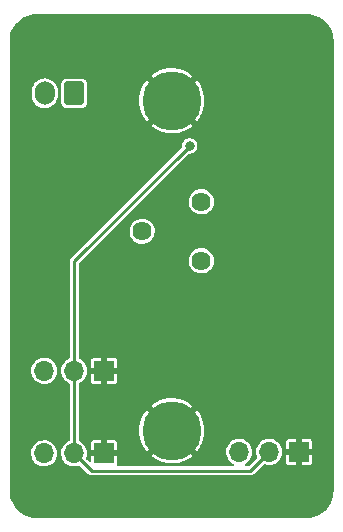
<source format=gbr>
%TF.GenerationSoftware,KiCad,Pcbnew,(6.0.6)*%
%TF.CreationDate,2023-03-16T19:41:57-05:00*%
%TF.ProjectId,Magic_Wand_Timer,4d616769-635f-4576-916e-645f54696d65,rev?*%
%TF.SameCoordinates,Original*%
%TF.FileFunction,Copper,L2,Bot*%
%TF.FilePolarity,Positive*%
%FSLAX46Y46*%
G04 Gerber Fmt 4.6, Leading zero omitted, Abs format (unit mm)*
G04 Created by KiCad (PCBNEW (6.0.6)) date 2023-03-16 19:41:57*
%MOMM*%
%LPD*%
G01*
G04 APERTURE LIST*
G04 Aperture macros list*
%AMRoundRect*
0 Rectangle with rounded corners*
0 $1 Rounding radius*
0 $2 $3 $4 $5 $6 $7 $8 $9 X,Y pos of 4 corners*
0 Add a 4 corners polygon primitive as box body*
4,1,4,$2,$3,$4,$5,$6,$7,$8,$9,$2,$3,0*
0 Add four circle primitives for the rounded corners*
1,1,$1+$1,$2,$3*
1,1,$1+$1,$4,$5*
1,1,$1+$1,$6,$7*
1,1,$1+$1,$8,$9*
0 Add four rect primitives between the rounded corners*
20,1,$1+$1,$2,$3,$4,$5,0*
20,1,$1+$1,$4,$5,$6,$7,0*
20,1,$1+$1,$6,$7,$8,$9,0*
20,1,$1+$1,$8,$9,$2,$3,0*%
G04 Aperture macros list end*
%TA.AperFunction,ComponentPad*%
%ADD10R,1.700000X1.700000*%
%TD*%
%TA.AperFunction,ComponentPad*%
%ADD11O,1.700000X1.700000*%
%TD*%
%TA.AperFunction,ComponentPad*%
%ADD12C,5.000000*%
%TD*%
%TA.AperFunction,ComponentPad*%
%ADD13RoundRect,0.250000X0.600000X0.750000X-0.600000X0.750000X-0.600000X-0.750000X0.600000X-0.750000X0*%
%TD*%
%TA.AperFunction,ComponentPad*%
%ADD14O,1.700000X2.000000*%
%TD*%
%TA.AperFunction,ComponentPad*%
%ADD15C,1.620000*%
%TD*%
%TA.AperFunction,ViaPad*%
%ADD16C,0.800000*%
%TD*%
%TA.AperFunction,Conductor*%
%ADD17C,0.254000*%
%TD*%
G04 APERTURE END LIST*
D10*
%TO.P,J2,1,Pin_1*%
%TO.N,GND*%
X177165000Y-121175000D03*
D11*
%TO.P,J2,2,Pin_2*%
%TO.N,Trigger*%
X174625000Y-121175000D03*
%TO.P,J2,3,Pin_3*%
%TO.N,+5V*%
X172085000Y-121175000D03*
%TD*%
D12*
%TO.P,H2,1,1*%
%TO.N,GND*%
X166370000Y-91440000D03*
%TD*%
D10*
%TO.P,J3,1,Pin_1*%
%TO.N,GND*%
X160655000Y-121285000D03*
D11*
%TO.P,J3,2,Pin_2*%
%TO.N,Trigger*%
X158115000Y-121285000D03*
%TO.P,J3,3,Pin_3*%
%TO.N,+5V*%
X155575000Y-121285000D03*
%TD*%
D10*
%TO.P,J1,1,Pin_1*%
%TO.N,GND*%
X160655000Y-114300000D03*
D11*
%TO.P,J1,2,Pin_2*%
%TO.N,Trigger*%
X158115000Y-114300000D03*
%TO.P,J1,3,Pin_3*%
%TO.N,+12V*%
X155575000Y-114300000D03*
%TD*%
D13*
%TO.P,J4,1,Pin_1*%
%TO.N,Net-(D1-Pad2)*%
X158115000Y-90805000D03*
D14*
%TO.P,J4,2,Pin_2*%
%TO.N,+5V*%
X155615000Y-90805000D03*
%TD*%
D12*
%TO.P,H1,1,1*%
%TO.N,GND*%
X166370000Y-119380000D03*
%TD*%
D15*
%TO.P,RV1,1,1*%
%TO.N,unconnected-(RV1-Pad1)*%
X168870000Y-104989000D03*
%TO.P,RV1,2,2*%
%TO.N,Net-(R5-Pad2)*%
X163870000Y-102489000D03*
%TO.P,RV1,3,3*%
%TO.N,Net-(C4-Pad1)*%
X168870000Y-99989000D03*
%TD*%
D16*
%TO.N,GND*%
X179070000Y-88900000D03*
X179070000Y-114300000D03*
X179070000Y-119380000D03*
X162560000Y-106680000D03*
X165100000Y-124460000D03*
X160020000Y-119380000D03*
X170180000Y-124460000D03*
X165100000Y-104140000D03*
X170561000Y-107061000D03*
X160020000Y-93980000D03*
X154940000Y-124460000D03*
X168529000Y-108077000D03*
X160020000Y-86360000D03*
X154940000Y-99060000D03*
X170180000Y-119380000D03*
X160020000Y-88900000D03*
X154940000Y-86360000D03*
X175260000Y-86360000D03*
X179070000Y-99060000D03*
X169545000Y-108077000D03*
X179070000Y-93980000D03*
X154940000Y-119380000D03*
X165100000Y-109220000D03*
X160020000Y-124460000D03*
X154940000Y-109220000D03*
X179070000Y-109220000D03*
X172720000Y-116840000D03*
X175260000Y-124460000D03*
X165100000Y-114300000D03*
X162560000Y-91440000D03*
X179070000Y-104140000D03*
X160020000Y-109220000D03*
X170561000Y-108077000D03*
X168529000Y-107061000D03*
X170180000Y-86360000D03*
X157480000Y-101600000D03*
X160020000Y-99060000D03*
X165100000Y-86360000D03*
X175260000Y-104140000D03*
X169545000Y-107061000D03*
X170180000Y-104140000D03*
X154940000Y-104140000D03*
%TO.N,Trigger*%
X167894000Y-95250000D03*
%TD*%
D17*
%TO.N,Trigger*%
X158115000Y-105029000D02*
X167894000Y-95250000D01*
X174625000Y-121175000D02*
X173030611Y-122769389D01*
X158115000Y-114300000D02*
X158115000Y-105029000D01*
X173030611Y-122769389D02*
X159599389Y-122769389D01*
X159599389Y-122769389D02*
X158115000Y-121285000D01*
X158115000Y-121285000D02*
X158115000Y-114300000D01*
%TD*%
%TA.AperFunction,Conductor*%
%TO.N,GND*%
G36*
X177787103Y-84076921D02*
G01*
X177800000Y-84079486D01*
X177812172Y-84077065D01*
X177824580Y-84077065D01*
X177824580Y-84077385D01*
X177835456Y-84076645D01*
X177868144Y-84078622D01*
X178067880Y-84090704D01*
X178082984Y-84092538D01*
X178339458Y-84139538D01*
X178354231Y-84143179D01*
X178603180Y-84220755D01*
X178617398Y-84226147D01*
X178855182Y-84333165D01*
X178868638Y-84340227D01*
X179091788Y-84475126D01*
X179104310Y-84483769D01*
X179309573Y-84644583D01*
X179320961Y-84654673D01*
X179505327Y-84839039D01*
X179515417Y-84850427D01*
X179676231Y-85055690D01*
X179684873Y-85068211D01*
X179819773Y-85291362D01*
X179826835Y-85304818D01*
X179933851Y-85542598D01*
X179939247Y-85556825D01*
X180016821Y-85805769D01*
X180020462Y-85820542D01*
X180067462Y-86077016D01*
X180069296Y-86092120D01*
X180083355Y-86324544D01*
X180082615Y-86335420D01*
X180082935Y-86335420D01*
X180082935Y-86347828D01*
X180080514Y-86360000D01*
X180082935Y-86372170D01*
X180083079Y-86372894D01*
X180085500Y-86397476D01*
X180085500Y-124422524D01*
X180083079Y-124447103D01*
X180080514Y-124460000D01*
X180082935Y-124472172D01*
X180082935Y-124484580D01*
X180082615Y-124484580D01*
X180083355Y-124495456D01*
X180069296Y-124727880D01*
X180067462Y-124742984D01*
X180020462Y-124999458D01*
X180016821Y-125014231D01*
X179939247Y-125263175D01*
X179933853Y-125277398D01*
X179826835Y-125515182D01*
X179819773Y-125528638D01*
X179731658Y-125674398D01*
X179684874Y-125751788D01*
X179676231Y-125764310D01*
X179515417Y-125969573D01*
X179505327Y-125980961D01*
X179320961Y-126165327D01*
X179309573Y-126175417D01*
X179104310Y-126336231D01*
X179091789Y-126344873D01*
X178868638Y-126479773D01*
X178855182Y-126486835D01*
X178617398Y-126593853D01*
X178603180Y-126599245D01*
X178445854Y-126648270D01*
X178354231Y-126676821D01*
X178339458Y-126680462D01*
X178082984Y-126727462D01*
X178067880Y-126729296D01*
X177882424Y-126740514D01*
X177847690Y-126742615D01*
X177835456Y-126743355D01*
X177824580Y-126742615D01*
X177824580Y-126742935D01*
X177812172Y-126742935D01*
X177800000Y-126740514D01*
X177787103Y-126743079D01*
X177762524Y-126745500D01*
X154977476Y-126745500D01*
X154952897Y-126743079D01*
X154940000Y-126740514D01*
X154927828Y-126742935D01*
X154915420Y-126742935D01*
X154915420Y-126742615D01*
X154904544Y-126743355D01*
X154892311Y-126742615D01*
X154857576Y-126740514D01*
X154672120Y-126729296D01*
X154657016Y-126727462D01*
X154400542Y-126680462D01*
X154385769Y-126676821D01*
X154294146Y-126648270D01*
X154136820Y-126599245D01*
X154122602Y-126593853D01*
X153884818Y-126486835D01*
X153871362Y-126479773D01*
X153648211Y-126344873D01*
X153635690Y-126336231D01*
X153430427Y-126175417D01*
X153419039Y-126165327D01*
X153234673Y-125980961D01*
X153224583Y-125969573D01*
X153063769Y-125764310D01*
X153055126Y-125751788D01*
X153008342Y-125674398D01*
X152920227Y-125528638D01*
X152913165Y-125515182D01*
X152806147Y-125277398D01*
X152800753Y-125263175D01*
X152723179Y-125014231D01*
X152719538Y-124999458D01*
X152672538Y-124742984D01*
X152670704Y-124727880D01*
X152656645Y-124495456D01*
X152657385Y-124484580D01*
X152657065Y-124484580D01*
X152657065Y-124472172D01*
X152659486Y-124460000D01*
X152656921Y-124447103D01*
X152654500Y-124422524D01*
X152654500Y-121255964D01*
X154466148Y-121255964D01*
X154479424Y-121458522D01*
X154480845Y-121464118D01*
X154480846Y-121464123D01*
X154504811Y-121558482D01*
X154529392Y-121655269D01*
X154531809Y-121660512D01*
X154569010Y-121741208D01*
X154614377Y-121839616D01*
X154617710Y-121844332D01*
X154708299Y-121972513D01*
X154731533Y-122005389D01*
X154876938Y-122147035D01*
X155045720Y-122259812D01*
X155051023Y-122262090D01*
X155051026Y-122262092D01*
X155139707Y-122300192D01*
X155232228Y-122339942D01*
X155281027Y-122350984D01*
X155424579Y-122383467D01*
X155424584Y-122383468D01*
X155430216Y-122384742D01*
X155435987Y-122384969D01*
X155435989Y-122384969D01*
X155495756Y-122387317D01*
X155633053Y-122392712D01*
X155733499Y-122378148D01*
X155828231Y-122364413D01*
X155828236Y-122364412D01*
X155833945Y-122363584D01*
X155839409Y-122361729D01*
X155839414Y-122361728D01*
X156020693Y-122300192D01*
X156020698Y-122300190D01*
X156026165Y-122298334D01*
X156054466Y-122282485D01*
X156100683Y-122256602D01*
X156203276Y-122199147D01*
X156214044Y-122190192D01*
X156354913Y-122073031D01*
X156359345Y-122069345D01*
X156423753Y-121991903D01*
X156485453Y-121917718D01*
X156485455Y-121917715D01*
X156489147Y-121913276D01*
X156588334Y-121736165D01*
X156590190Y-121730698D01*
X156590192Y-121730693D01*
X156651728Y-121549414D01*
X156651729Y-121549409D01*
X156653584Y-121543945D01*
X156654412Y-121538236D01*
X156654413Y-121538231D01*
X156682179Y-121346727D01*
X156682712Y-121343053D01*
X156684232Y-121285000D01*
X156681564Y-121255964D01*
X157006148Y-121255964D01*
X157019424Y-121458522D01*
X157020845Y-121464118D01*
X157020846Y-121464123D01*
X157044811Y-121558482D01*
X157069392Y-121655269D01*
X157071809Y-121660512D01*
X157109010Y-121741208D01*
X157154377Y-121839616D01*
X157157710Y-121844332D01*
X157248299Y-121972513D01*
X157271533Y-122005389D01*
X157416938Y-122147035D01*
X157585720Y-122259812D01*
X157591023Y-122262090D01*
X157591026Y-122262092D01*
X157679707Y-122300192D01*
X157772228Y-122339942D01*
X157821027Y-122350984D01*
X157964579Y-122383467D01*
X157964584Y-122383468D01*
X157970216Y-122384742D01*
X157975987Y-122384969D01*
X157975989Y-122384969D01*
X158035756Y-122387317D01*
X158173053Y-122392712D01*
X158273499Y-122378148D01*
X158368231Y-122364413D01*
X158368236Y-122364412D01*
X158373945Y-122363584D01*
X158379409Y-122361729D01*
X158379414Y-122361728D01*
X158508880Y-122317780D01*
X158579815Y-122314824D01*
X158638476Y-122347998D01*
X159291347Y-123000869D01*
X159306700Y-123019878D01*
X159307667Y-123020941D01*
X159313318Y-123029693D01*
X159338916Y-123049873D01*
X159339861Y-123050618D01*
X159344339Y-123054597D01*
X159344399Y-123054526D01*
X159348356Y-123057879D01*
X159352037Y-123061560D01*
X159356269Y-123064584D01*
X159356271Y-123064586D01*
X159367846Y-123072858D01*
X159372591Y-123076421D01*
X159413059Y-123108323D01*
X159421744Y-123111373D01*
X159429231Y-123116723D01*
X159478636Y-123131498D01*
X159484231Y-123133316D01*
X159532891Y-123150405D01*
X159538480Y-123150889D01*
X159541193Y-123150889D01*
X159543858Y-123151004D01*
X159543921Y-123151023D01*
X159543914Y-123151197D01*
X159544660Y-123151244D01*
X159550913Y-123153114D01*
X159600772Y-123151155D01*
X159605067Y-123150986D01*
X159610014Y-123150889D01*
X172976476Y-123150889D01*
X173000775Y-123153475D01*
X173002213Y-123153543D01*
X173012391Y-123155734D01*
X173045952Y-123151762D01*
X173051931Y-123151410D01*
X173051923Y-123151317D01*
X173057101Y-123150889D01*
X173062303Y-123150889D01*
X173081457Y-123147701D01*
X173087315Y-123146867D01*
X173103929Y-123144901D01*
X173128178Y-123142031D01*
X173128179Y-123142031D01*
X173138518Y-123140807D01*
X173146817Y-123136822D01*
X173155894Y-123135311D01*
X173201262Y-123110831D01*
X173206525Y-123108150D01*
X173245861Y-123089262D01*
X173245865Y-123089259D01*
X173253009Y-123085829D01*
X173257303Y-123082219D01*
X173259235Y-123080287D01*
X173261184Y-123078500D01*
X173261237Y-123078471D01*
X173261356Y-123078601D01*
X173261924Y-123078100D01*
X173267668Y-123075001D01*
X173277296Y-123064586D01*
X173304478Y-123035180D01*
X173307908Y-123031614D01*
X174101085Y-122238437D01*
X174163397Y-122204411D01*
X174239917Y-122211764D01*
X174276925Y-122227664D01*
X174276928Y-122227665D01*
X174282228Y-122229942D01*
X174287857Y-122231216D01*
X174287858Y-122231216D01*
X174474579Y-122273467D01*
X174474584Y-122273468D01*
X174480216Y-122274742D01*
X174485987Y-122274969D01*
X174485989Y-122274969D01*
X174545756Y-122277317D01*
X174683053Y-122282712D01*
X174793596Y-122266684D01*
X174878231Y-122254413D01*
X174878236Y-122254412D01*
X174883945Y-122253584D01*
X174889409Y-122251729D01*
X174889414Y-122251728D01*
X175070693Y-122190192D01*
X175070698Y-122190190D01*
X175076165Y-122188334D01*
X175115894Y-122166085D01*
X175172426Y-122134425D01*
X175253276Y-122089147D01*
X175272654Y-122073031D01*
X175307766Y-122043828D01*
X176061001Y-122043828D01*
X176062209Y-122056088D01*
X176073315Y-122111931D01*
X176082633Y-122134427D01*
X176124983Y-122197808D01*
X176142192Y-122215017D01*
X176205575Y-122257368D01*
X176228066Y-122266684D01*
X176283915Y-122277793D01*
X176296170Y-122279000D01*
X176892885Y-122279000D01*
X176908124Y-122274525D01*
X176909329Y-122273135D01*
X176911000Y-122265452D01*
X176911000Y-122260884D01*
X177419000Y-122260884D01*
X177423475Y-122276123D01*
X177424865Y-122277328D01*
X177432548Y-122278999D01*
X178033828Y-122278999D01*
X178046088Y-122277791D01*
X178101931Y-122266685D01*
X178124427Y-122257367D01*
X178187808Y-122215017D01*
X178205017Y-122197808D01*
X178247368Y-122134425D01*
X178256684Y-122111934D01*
X178267793Y-122056085D01*
X178269000Y-122043830D01*
X178269000Y-121447115D01*
X178264525Y-121431876D01*
X178263135Y-121430671D01*
X178255452Y-121429000D01*
X177437115Y-121429000D01*
X177421876Y-121433475D01*
X177420671Y-121434865D01*
X177419000Y-121442548D01*
X177419000Y-122260884D01*
X176911000Y-122260884D01*
X176911000Y-121447115D01*
X176906525Y-121431876D01*
X176905135Y-121430671D01*
X176897452Y-121429000D01*
X176079116Y-121429000D01*
X176063877Y-121433475D01*
X176062672Y-121434865D01*
X176061001Y-121442548D01*
X176061001Y-122043828D01*
X175307766Y-122043828D01*
X175393512Y-121972513D01*
X175409345Y-121959345D01*
X175508923Y-121839616D01*
X175535453Y-121807718D01*
X175535455Y-121807715D01*
X175539147Y-121803276D01*
X175638334Y-121626165D01*
X175640190Y-121620698D01*
X175640192Y-121620693D01*
X175701728Y-121439414D01*
X175701729Y-121439409D01*
X175703584Y-121433945D01*
X175704412Y-121428236D01*
X175704413Y-121428231D01*
X175729390Y-121255964D01*
X175732712Y-121233053D01*
X175734232Y-121175000D01*
X175720589Y-121026525D01*
X175716187Y-120978613D01*
X175716186Y-120978610D01*
X175715658Y-120972859D01*
X175714090Y-120967299D01*
X175695923Y-120902885D01*
X176061000Y-120902885D01*
X176065475Y-120918124D01*
X176066865Y-120919329D01*
X176074548Y-120921000D01*
X176892885Y-120921000D01*
X176908124Y-120916525D01*
X176909329Y-120915135D01*
X176911000Y-120907452D01*
X176911000Y-120902885D01*
X177419000Y-120902885D01*
X177423475Y-120918124D01*
X177424865Y-120919329D01*
X177432548Y-120921000D01*
X178250884Y-120921000D01*
X178266123Y-120916525D01*
X178267328Y-120915135D01*
X178268999Y-120907452D01*
X178268999Y-120306172D01*
X178267791Y-120293912D01*
X178256685Y-120238069D01*
X178247367Y-120215573D01*
X178205017Y-120152192D01*
X178187808Y-120134983D01*
X178124425Y-120092632D01*
X178101934Y-120083316D01*
X178046085Y-120072207D01*
X178033830Y-120071000D01*
X177437115Y-120071000D01*
X177421876Y-120075475D01*
X177420671Y-120076865D01*
X177419000Y-120084548D01*
X177419000Y-120902885D01*
X176911000Y-120902885D01*
X176911000Y-120089116D01*
X176906525Y-120073877D01*
X176905135Y-120072672D01*
X176897452Y-120071001D01*
X176296172Y-120071001D01*
X176283912Y-120072209D01*
X176228069Y-120083315D01*
X176205573Y-120092633D01*
X176142192Y-120134983D01*
X176124983Y-120152192D01*
X176082632Y-120215575D01*
X176073316Y-120238066D01*
X176062207Y-120293915D01*
X176061000Y-120306170D01*
X176061000Y-120902885D01*
X175695923Y-120902885D01*
X175662125Y-120783046D01*
X175662124Y-120783044D01*
X175660557Y-120777487D01*
X175649978Y-120756033D01*
X175573331Y-120600609D01*
X175570776Y-120595428D01*
X175449320Y-120432779D01*
X175333346Y-120325573D01*
X175304503Y-120298911D01*
X175300258Y-120294987D01*
X175295375Y-120291906D01*
X175295371Y-120291903D01*
X175133464Y-120189748D01*
X175128581Y-120186667D01*
X174940039Y-120111446D01*
X174934379Y-120110320D01*
X174934375Y-120110319D01*
X174746613Y-120072971D01*
X174746610Y-120072971D01*
X174740946Y-120071844D01*
X174735171Y-120071768D01*
X174735167Y-120071768D01*
X174633793Y-120070441D01*
X174537971Y-120069187D01*
X174532274Y-120070166D01*
X174532273Y-120070166D01*
X174414595Y-120090387D01*
X174337910Y-120103564D01*
X174147463Y-120173824D01*
X174142502Y-120176776D01*
X174142501Y-120176776D01*
X174133372Y-120182207D01*
X173973010Y-120277612D01*
X173968670Y-120281418D01*
X173968666Y-120281421D01*
X173843236Y-120391421D01*
X173820392Y-120411455D01*
X173694720Y-120570869D01*
X173692031Y-120575980D01*
X173692029Y-120575983D01*
X173644128Y-120667027D01*
X173600203Y-120750515D01*
X173540007Y-120944378D01*
X173516148Y-121145964D01*
X173529424Y-121348522D01*
X173530845Y-121354118D01*
X173530846Y-121354123D01*
X173577605Y-121538231D01*
X173579392Y-121545269D01*
X173581807Y-121550508D01*
X173581809Y-121550513D01*
X173585483Y-121558482D01*
X173595836Y-121628720D01*
X173566573Y-121693405D01*
X173560151Y-121700326D01*
X172909493Y-122350984D01*
X172847181Y-122385010D01*
X172820398Y-122387889D01*
X172662690Y-122387889D01*
X172594569Y-122367887D01*
X172548076Y-122314231D01*
X172537972Y-122243957D01*
X172567466Y-122179377D01*
X172601119Y-122151958D01*
X172713276Y-122089147D01*
X172732654Y-122073031D01*
X172853512Y-121972513D01*
X172869345Y-121959345D01*
X172968923Y-121839616D01*
X172995453Y-121807718D01*
X172995455Y-121807715D01*
X172999147Y-121803276D01*
X173098334Y-121626165D01*
X173100190Y-121620698D01*
X173100192Y-121620693D01*
X173161728Y-121439414D01*
X173161729Y-121439409D01*
X173163584Y-121433945D01*
X173164412Y-121428236D01*
X173164413Y-121428231D01*
X173189390Y-121255964D01*
X173192712Y-121233053D01*
X173194232Y-121175000D01*
X173180589Y-121026525D01*
X173176187Y-120978613D01*
X173176186Y-120978610D01*
X173175658Y-120972859D01*
X173174090Y-120967299D01*
X173122125Y-120783046D01*
X173122124Y-120783044D01*
X173120557Y-120777487D01*
X173109978Y-120756033D01*
X173033331Y-120600609D01*
X173030776Y-120595428D01*
X172909320Y-120432779D01*
X172793346Y-120325573D01*
X172764503Y-120298911D01*
X172760258Y-120294987D01*
X172755375Y-120291906D01*
X172755371Y-120291903D01*
X172593464Y-120189748D01*
X172588581Y-120186667D01*
X172400039Y-120111446D01*
X172394379Y-120110320D01*
X172394375Y-120110319D01*
X172206613Y-120072971D01*
X172206610Y-120072971D01*
X172200946Y-120071844D01*
X172195171Y-120071768D01*
X172195167Y-120071768D01*
X172093793Y-120070441D01*
X171997971Y-120069187D01*
X171992274Y-120070166D01*
X171992273Y-120070166D01*
X171874595Y-120090387D01*
X171797910Y-120103564D01*
X171607463Y-120173824D01*
X171602502Y-120176776D01*
X171602501Y-120176776D01*
X171593372Y-120182207D01*
X171433010Y-120277612D01*
X171428670Y-120281418D01*
X171428666Y-120281421D01*
X171303236Y-120391421D01*
X171280392Y-120411455D01*
X171154720Y-120570869D01*
X171152031Y-120575980D01*
X171152029Y-120575983D01*
X171104128Y-120667027D01*
X171060203Y-120750515D01*
X171000007Y-120944378D01*
X170976148Y-121145964D01*
X170989424Y-121348522D01*
X170990845Y-121354118D01*
X170990846Y-121354123D01*
X171037605Y-121538231D01*
X171039392Y-121545269D01*
X171041809Y-121550512D01*
X171110874Y-121700326D01*
X171124377Y-121729616D01*
X171241533Y-121895389D01*
X171245675Y-121899424D01*
X171302637Y-121954913D01*
X171386938Y-122037035D01*
X171555720Y-122149812D01*
X171559654Y-122151502D01*
X171609629Y-122201244D01*
X171624884Y-122270583D01*
X171600229Y-122337161D01*
X171543494Y-122379841D01*
X171499184Y-122387889D01*
X166392446Y-122387889D01*
X166336521Y-122371468D01*
X166311230Y-122385129D01*
X166285004Y-122387889D01*
X161866516Y-122387889D01*
X161798395Y-122367887D01*
X161751902Y-122314231D01*
X161741798Y-122243957D01*
X161744488Y-122234151D01*
X161744263Y-122234106D01*
X161757793Y-122166085D01*
X161759000Y-122153830D01*
X161759000Y-121557115D01*
X161754525Y-121541876D01*
X161753135Y-121540671D01*
X161745452Y-121539000D01*
X159569116Y-121539000D01*
X159553877Y-121543475D01*
X159552672Y-121544865D01*
X159551001Y-121552548D01*
X159551001Y-121877289D01*
X159530999Y-121945410D01*
X159477343Y-121991903D01*
X159407069Y-122002007D01*
X159342489Y-121972513D01*
X159335906Y-121966384D01*
X159177998Y-121808476D01*
X159143972Y-121746164D01*
X159147780Y-121678880D01*
X159191728Y-121549414D01*
X159191729Y-121549409D01*
X159193584Y-121543945D01*
X159194412Y-121538236D01*
X159194413Y-121538231D01*
X159200081Y-121499137D01*
X164615987Y-121499137D01*
X164623512Y-121509570D01*
X164768788Y-121626584D01*
X164774962Y-121630972D01*
X165050282Y-121802677D01*
X165056942Y-121806293D01*
X165350888Y-121943675D01*
X165357941Y-121946468D01*
X165666276Y-122047546D01*
X165673588Y-122049464D01*
X165991838Y-122112767D01*
X165999336Y-122113795D01*
X166294561Y-122136252D01*
X166338482Y-122152860D01*
X166356948Y-122140993D01*
X166386840Y-122136014D01*
X166654603Y-122124089D01*
X166662144Y-122123297D01*
X166982213Y-122070022D01*
X166989591Y-122068332D01*
X167300965Y-121976985D01*
X167308060Y-121974431D01*
X167606202Y-121846339D01*
X167612969Y-121842935D01*
X167893546Y-121679963D01*
X167899853Y-121675773D01*
X168117149Y-121511732D01*
X168125605Y-121500341D01*
X168118887Y-121488097D01*
X166382812Y-119752022D01*
X166368868Y-119744408D01*
X166367035Y-119744539D01*
X166360420Y-119748790D01*
X164623102Y-121486108D01*
X164615987Y-121499137D01*
X159200081Y-121499137D01*
X159222179Y-121346727D01*
X159222712Y-121343053D01*
X159224232Y-121285000D01*
X159211986Y-121151730D01*
X159206187Y-121088613D01*
X159206186Y-121088610D01*
X159205658Y-121082859D01*
X159204090Y-121077299D01*
X159185923Y-121012885D01*
X159551000Y-121012885D01*
X159555475Y-121028124D01*
X159556865Y-121029329D01*
X159564548Y-121031000D01*
X160382885Y-121031000D01*
X160398124Y-121026525D01*
X160399329Y-121025135D01*
X160401000Y-121017452D01*
X160401000Y-121012885D01*
X160909000Y-121012885D01*
X160913475Y-121028124D01*
X160914865Y-121029329D01*
X160922548Y-121031000D01*
X161740884Y-121031000D01*
X161756123Y-121026525D01*
X161757328Y-121025135D01*
X161758999Y-121017452D01*
X161758999Y-120416172D01*
X161757791Y-120403912D01*
X161746685Y-120348069D01*
X161737367Y-120325573D01*
X161695017Y-120262192D01*
X161677808Y-120244983D01*
X161614425Y-120202632D01*
X161591934Y-120193316D01*
X161536085Y-120182207D01*
X161523830Y-120181000D01*
X160927115Y-120181000D01*
X160911876Y-120185475D01*
X160910671Y-120186865D01*
X160909000Y-120194548D01*
X160909000Y-121012885D01*
X160401000Y-121012885D01*
X160401000Y-120199116D01*
X160396525Y-120183877D01*
X160395135Y-120182672D01*
X160387452Y-120181001D01*
X159786172Y-120181001D01*
X159773912Y-120182209D01*
X159718069Y-120193315D01*
X159695573Y-120202633D01*
X159632192Y-120244983D01*
X159614983Y-120262192D01*
X159572632Y-120325575D01*
X159563316Y-120348066D01*
X159552207Y-120403915D01*
X159551000Y-120416170D01*
X159551000Y-121012885D01*
X159185923Y-121012885D01*
X159152125Y-120893046D01*
X159152124Y-120893044D01*
X159150557Y-120887487D01*
X159139978Y-120866033D01*
X159063331Y-120710609D01*
X159060776Y-120705428D01*
X158939320Y-120542779D01*
X158802162Y-120415991D01*
X158794503Y-120408911D01*
X158790258Y-120404987D01*
X158785375Y-120401906D01*
X158785371Y-120401903D01*
X158639728Y-120310010D01*
X158618581Y-120296667D01*
X158613221Y-120294528D01*
X158613214Y-120294525D01*
X158575808Y-120279601D01*
X158519949Y-120235780D01*
X158496500Y-120162572D01*
X158496500Y-119354900D01*
X163611306Y-119354900D01*
X163627439Y-119678971D01*
X163628270Y-119686500D01*
X163683219Y-120006283D01*
X163684952Y-120013670D01*
X163777919Y-120324532D01*
X163780522Y-120331645D01*
X163910166Y-120629094D01*
X163913608Y-120635850D01*
X164078046Y-120915568D01*
X164082269Y-120921853D01*
X164238644Y-121126754D01*
X164250170Y-121135216D01*
X164262235Y-121128555D01*
X165997978Y-119392812D01*
X166004356Y-119381132D01*
X166734408Y-119381132D01*
X166734539Y-119382965D01*
X166738790Y-119389580D01*
X168475982Y-121126772D01*
X168489105Y-121133938D01*
X168499407Y-121126548D01*
X168608169Y-120992954D01*
X168612590Y-120986802D01*
X168785738Y-120712380D01*
X168789387Y-120705742D01*
X168928303Y-120412524D01*
X168931134Y-120405484D01*
X169033825Y-120097678D01*
X169035779Y-120090387D01*
X169100749Y-119772468D01*
X169101817Y-119764964D01*
X169128247Y-119440016D01*
X169128452Y-119435541D01*
X169129011Y-119382221D01*
X169128901Y-119377789D01*
X169109279Y-119052316D01*
X169108371Y-119044814D01*
X169050072Y-118725600D01*
X169048271Y-118718267D01*
X168952044Y-118408366D01*
X168949372Y-118401293D01*
X168816621Y-118105219D01*
X168813104Y-118098492D01*
X168645752Y-117820522D01*
X168641455Y-117814269D01*
X168500767Y-117633872D01*
X168488973Y-117625401D01*
X168477263Y-117631947D01*
X166742022Y-119367188D01*
X166734408Y-119381132D01*
X166004356Y-119381132D01*
X166005592Y-119378868D01*
X166005461Y-119377035D01*
X166001210Y-119370420D01*
X164263711Y-117632921D01*
X164250776Y-117625858D01*
X164240214Y-117633518D01*
X164115062Y-117790573D01*
X164110706Y-117796771D01*
X163940445Y-118072987D01*
X163936865Y-118079663D01*
X163801020Y-118374334D01*
X163798270Y-118381385D01*
X163698808Y-118690247D01*
X163696925Y-118697580D01*
X163635289Y-119016155D01*
X163634302Y-119023655D01*
X163611385Y-119347319D01*
X163611306Y-119354900D01*
X158496500Y-119354900D01*
X158496500Y-117260625D01*
X164615119Y-117260625D01*
X164621723Y-117272513D01*
X166357188Y-119007978D01*
X166371132Y-119015592D01*
X166372965Y-119015461D01*
X166379580Y-119011210D01*
X168117314Y-117273476D01*
X168124326Y-117260635D01*
X168116531Y-117249946D01*
X167947599Y-117116771D01*
X167941376Y-117112446D01*
X167664266Y-116943630D01*
X167657589Y-116940095D01*
X167362201Y-116805789D01*
X167355131Y-116803076D01*
X167045764Y-116705236D01*
X167038413Y-116703389D01*
X166719523Y-116643422D01*
X166712013Y-116642474D01*
X166388230Y-116621252D01*
X166380665Y-116621212D01*
X166056667Y-116639043D01*
X166049153Y-116639912D01*
X165729646Y-116696537D01*
X165722286Y-116698304D01*
X165411917Y-116792898D01*
X165404797Y-116795546D01*
X165108045Y-116926739D01*
X165101308Y-116930216D01*
X164822448Y-117096120D01*
X164816197Y-117100368D01*
X164623585Y-117248967D01*
X164615119Y-117260625D01*
X158496500Y-117260625D01*
X158496500Y-115425597D01*
X158516502Y-115357476D01*
X158566740Y-115314361D01*
X158566165Y-115313334D01*
X158630878Y-115277093D01*
X158743276Y-115214147D01*
X158783029Y-115181085D01*
X158797766Y-115168828D01*
X159551001Y-115168828D01*
X159552209Y-115181088D01*
X159563315Y-115236931D01*
X159572633Y-115259427D01*
X159614983Y-115322808D01*
X159632192Y-115340017D01*
X159695575Y-115382368D01*
X159718066Y-115391684D01*
X159773915Y-115402793D01*
X159786170Y-115404000D01*
X160382885Y-115404000D01*
X160398124Y-115399525D01*
X160399329Y-115398135D01*
X160401000Y-115390452D01*
X160401000Y-115385884D01*
X160909000Y-115385884D01*
X160913475Y-115401123D01*
X160914865Y-115402328D01*
X160922548Y-115403999D01*
X161523828Y-115403999D01*
X161536088Y-115402791D01*
X161591931Y-115391685D01*
X161614427Y-115382367D01*
X161677808Y-115340017D01*
X161695017Y-115322808D01*
X161737368Y-115259425D01*
X161746684Y-115236934D01*
X161757793Y-115181085D01*
X161759000Y-115168830D01*
X161759000Y-114572115D01*
X161754525Y-114556876D01*
X161753135Y-114555671D01*
X161745452Y-114554000D01*
X160927115Y-114554000D01*
X160911876Y-114558475D01*
X160910671Y-114559865D01*
X160909000Y-114567548D01*
X160909000Y-115385884D01*
X160401000Y-115385884D01*
X160401000Y-114572115D01*
X160396525Y-114556876D01*
X160395135Y-114555671D01*
X160387452Y-114554000D01*
X159569116Y-114554000D01*
X159553877Y-114558475D01*
X159552672Y-114559865D01*
X159551001Y-114567548D01*
X159551001Y-115168828D01*
X158797766Y-115168828D01*
X158894913Y-115088031D01*
X158899345Y-115084345D01*
X159029147Y-114928276D01*
X159128334Y-114751165D01*
X159130190Y-114745698D01*
X159130192Y-114745693D01*
X159191728Y-114564414D01*
X159191729Y-114564409D01*
X159193584Y-114558945D01*
X159194412Y-114553236D01*
X159194413Y-114553231D01*
X159222179Y-114361727D01*
X159222712Y-114358053D01*
X159224232Y-114300000D01*
X159205658Y-114097859D01*
X159204090Y-114092299D01*
X159185923Y-114027885D01*
X159551000Y-114027885D01*
X159555475Y-114043124D01*
X159556865Y-114044329D01*
X159564548Y-114046000D01*
X160382885Y-114046000D01*
X160398124Y-114041525D01*
X160399329Y-114040135D01*
X160401000Y-114032452D01*
X160401000Y-114027885D01*
X160909000Y-114027885D01*
X160913475Y-114043124D01*
X160914865Y-114044329D01*
X160922548Y-114046000D01*
X161740884Y-114046000D01*
X161756123Y-114041525D01*
X161757328Y-114040135D01*
X161758999Y-114032452D01*
X161758999Y-113431172D01*
X161757791Y-113418912D01*
X161746685Y-113363069D01*
X161737367Y-113340573D01*
X161695017Y-113277192D01*
X161677808Y-113259983D01*
X161614425Y-113217632D01*
X161591934Y-113208316D01*
X161536085Y-113197207D01*
X161523830Y-113196000D01*
X160927115Y-113196000D01*
X160911876Y-113200475D01*
X160910671Y-113201865D01*
X160909000Y-113209548D01*
X160909000Y-114027885D01*
X160401000Y-114027885D01*
X160401000Y-113214116D01*
X160396525Y-113198877D01*
X160395135Y-113197672D01*
X160387452Y-113196001D01*
X159786172Y-113196001D01*
X159773912Y-113197209D01*
X159718069Y-113208315D01*
X159695573Y-113217633D01*
X159632192Y-113259983D01*
X159614983Y-113277192D01*
X159572632Y-113340575D01*
X159563316Y-113363066D01*
X159552207Y-113418915D01*
X159551000Y-113431170D01*
X159551000Y-114027885D01*
X159185923Y-114027885D01*
X159152125Y-113908046D01*
X159152124Y-113908044D01*
X159150557Y-113902487D01*
X159139978Y-113881033D01*
X159063331Y-113725609D01*
X159060776Y-113720428D01*
X158939320Y-113557779D01*
X158790258Y-113419987D01*
X158785375Y-113416906D01*
X158785371Y-113416903D01*
X158623464Y-113314748D01*
X158618581Y-113311667D01*
X158613221Y-113309528D01*
X158613214Y-113309525D01*
X158575808Y-113294601D01*
X158519949Y-113250780D01*
X158496500Y-113177572D01*
X158496500Y-105239212D01*
X158516502Y-105171091D01*
X158533405Y-105150117D01*
X158709457Y-104974065D01*
X167800453Y-104974065D01*
X167817922Y-105182092D01*
X167875464Y-105382765D01*
X167878279Y-105388242D01*
X167878280Y-105388245D01*
X167899446Y-105429429D01*
X167970887Y-105568439D01*
X168100557Y-105732042D01*
X168259536Y-105867343D01*
X168264914Y-105870349D01*
X168264916Y-105870350D01*
X168303898Y-105892136D01*
X168441766Y-105969188D01*
X168640308Y-106033698D01*
X168847599Y-106058416D01*
X168853734Y-106057944D01*
X168853736Y-106057944D01*
X169049602Y-106042874D01*
X169049607Y-106042873D01*
X169055743Y-106042401D01*
X169061675Y-106040745D01*
X169061679Y-106040744D01*
X169156277Y-106014331D01*
X169256812Y-105986261D01*
X169443148Y-105892136D01*
X169474882Y-105867343D01*
X169602796Y-105767405D01*
X169607652Y-105763611D01*
X169744060Y-105605581D01*
X169847175Y-105424066D01*
X169913069Y-105225980D01*
X169939234Y-105018866D01*
X169939651Y-104989000D01*
X169919280Y-104781237D01*
X169858942Y-104581388D01*
X169760935Y-104397064D01*
X169712036Y-104337107D01*
X169632888Y-104240062D01*
X169632885Y-104240059D01*
X169628993Y-104235287D01*
X169624244Y-104231358D01*
X169472891Y-104106148D01*
X169472888Y-104106146D01*
X169468141Y-104102219D01*
X169284506Y-104002928D01*
X169085083Y-103941196D01*
X169078958Y-103940552D01*
X169078957Y-103940552D01*
X168883596Y-103920019D01*
X168883595Y-103920019D01*
X168877468Y-103919375D01*
X168749421Y-103931028D01*
X168675708Y-103937736D01*
X168675707Y-103937736D01*
X168669567Y-103938295D01*
X168469302Y-103997237D01*
X168284298Y-104093954D01*
X168121604Y-104224764D01*
X167987417Y-104384682D01*
X167984453Y-104390074D01*
X167984450Y-104390078D01*
X167901535Y-104540901D01*
X167886846Y-104567620D01*
X167823723Y-104766607D01*
X167800453Y-104974065D01*
X158709457Y-104974065D01*
X161209457Y-102474065D01*
X162800453Y-102474065D01*
X162817922Y-102682092D01*
X162875464Y-102882765D01*
X162878279Y-102888242D01*
X162878280Y-102888245D01*
X162899446Y-102929429D01*
X162970887Y-103068439D01*
X163100557Y-103232042D01*
X163259536Y-103367343D01*
X163264914Y-103370349D01*
X163264916Y-103370350D01*
X163303898Y-103392136D01*
X163441766Y-103469188D01*
X163640308Y-103533698D01*
X163847599Y-103558416D01*
X163853734Y-103557944D01*
X163853736Y-103557944D01*
X164049602Y-103542874D01*
X164049607Y-103542873D01*
X164055743Y-103542401D01*
X164061675Y-103540745D01*
X164061679Y-103540744D01*
X164156278Y-103514331D01*
X164256812Y-103486261D01*
X164443148Y-103392136D01*
X164474882Y-103367343D01*
X164602796Y-103267405D01*
X164607652Y-103263611D01*
X164744060Y-103105581D01*
X164847175Y-102924066D01*
X164913069Y-102725980D01*
X164939234Y-102518866D01*
X164939651Y-102489000D01*
X164919280Y-102281237D01*
X164858942Y-102081388D01*
X164760935Y-101897064D01*
X164712036Y-101837107D01*
X164632888Y-101740062D01*
X164632885Y-101740059D01*
X164628993Y-101735287D01*
X164624244Y-101731358D01*
X164472891Y-101606148D01*
X164472888Y-101606146D01*
X164468141Y-101602219D01*
X164284506Y-101502928D01*
X164085083Y-101441196D01*
X164078958Y-101440552D01*
X164078957Y-101440552D01*
X163883596Y-101420019D01*
X163883595Y-101420019D01*
X163877468Y-101419375D01*
X163749421Y-101431028D01*
X163675708Y-101437736D01*
X163675707Y-101437736D01*
X163669567Y-101438295D01*
X163469302Y-101497237D01*
X163284298Y-101593954D01*
X163121604Y-101724764D01*
X162987417Y-101884682D01*
X162984453Y-101890074D01*
X162984450Y-101890078D01*
X162901535Y-102040901D01*
X162886846Y-102067620D01*
X162823723Y-102266607D01*
X162800453Y-102474065D01*
X161209457Y-102474065D01*
X163709457Y-99974065D01*
X167800453Y-99974065D01*
X167817922Y-100182092D01*
X167875464Y-100382765D01*
X167878279Y-100388242D01*
X167878280Y-100388245D01*
X167899446Y-100429429D01*
X167970887Y-100568439D01*
X168100557Y-100732042D01*
X168259536Y-100867343D01*
X168264914Y-100870349D01*
X168264916Y-100870350D01*
X168303898Y-100892136D01*
X168441766Y-100969188D01*
X168640308Y-101033698D01*
X168847599Y-101058416D01*
X168853734Y-101057944D01*
X168853736Y-101057944D01*
X169049602Y-101042874D01*
X169049607Y-101042873D01*
X169055743Y-101042401D01*
X169061675Y-101040745D01*
X169061679Y-101040744D01*
X169156277Y-101014331D01*
X169256812Y-100986261D01*
X169443148Y-100892136D01*
X169474882Y-100867343D01*
X169602796Y-100767405D01*
X169607652Y-100763611D01*
X169744060Y-100605581D01*
X169847175Y-100424066D01*
X169913069Y-100225980D01*
X169939234Y-100018866D01*
X169939651Y-99989000D01*
X169919280Y-99781237D01*
X169858942Y-99581388D01*
X169760935Y-99397064D01*
X169712036Y-99337107D01*
X169632888Y-99240062D01*
X169632885Y-99240059D01*
X169628993Y-99235287D01*
X169624244Y-99231358D01*
X169472891Y-99106148D01*
X169472888Y-99106146D01*
X169468141Y-99102219D01*
X169284506Y-99002928D01*
X169085083Y-98941196D01*
X169078958Y-98940552D01*
X169078957Y-98940552D01*
X168883596Y-98920019D01*
X168883595Y-98920019D01*
X168877468Y-98919375D01*
X168749421Y-98931028D01*
X168675708Y-98937736D01*
X168675707Y-98937736D01*
X168669567Y-98938295D01*
X168469302Y-98997237D01*
X168284298Y-99093954D01*
X168121604Y-99224764D01*
X167987417Y-99384682D01*
X167984453Y-99390074D01*
X167984450Y-99390078D01*
X167901535Y-99540901D01*
X167886846Y-99567620D01*
X167823723Y-99766607D01*
X167800453Y-99974065D01*
X163709457Y-99974065D01*
X167742963Y-95940560D01*
X167805275Y-95906534D01*
X167834037Y-95903671D01*
X167955318Y-95905576D01*
X167955321Y-95905576D01*
X167962916Y-95905695D01*
X168117332Y-95870329D01*
X168187742Y-95834917D01*
X168252072Y-95802563D01*
X168252075Y-95802561D01*
X168258855Y-95799151D01*
X168264626Y-95794222D01*
X168264629Y-95794220D01*
X168373536Y-95701204D01*
X168373536Y-95701203D01*
X168379314Y-95696269D01*
X168471755Y-95567624D01*
X168530842Y-95420641D01*
X168539877Y-95357156D01*
X168552581Y-95267891D01*
X168552581Y-95267888D01*
X168553162Y-95263807D01*
X168553307Y-95250000D01*
X168534276Y-95092733D01*
X168478280Y-94944546D01*
X168388553Y-94813992D01*
X168270275Y-94708611D01*
X168262889Y-94704700D01*
X168136988Y-94638039D01*
X168136989Y-94638039D01*
X168130274Y-94634484D01*
X167976633Y-94595892D01*
X167969034Y-94595852D01*
X167969033Y-94595852D01*
X167903181Y-94595507D01*
X167818221Y-94595062D01*
X167810841Y-94596834D01*
X167810839Y-94596834D01*
X167671563Y-94630271D01*
X167671560Y-94630272D01*
X167664184Y-94632043D01*
X167523414Y-94704700D01*
X167404039Y-94808838D01*
X167312950Y-94938444D01*
X167255406Y-95086037D01*
X167234729Y-95243096D01*
X167235563Y-95250647D01*
X167240682Y-95297019D01*
X167228276Y-95366923D01*
X167204538Y-95399940D01*
X157883521Y-104720956D01*
X157864505Y-104736315D01*
X157863444Y-104737281D01*
X157854696Y-104742929D01*
X157836030Y-104766607D01*
X157833771Y-104769472D01*
X157829794Y-104773947D01*
X157829865Y-104774008D01*
X157826512Y-104777965D01*
X157822829Y-104781648D01*
X157819803Y-104785883D01*
X157819801Y-104785885D01*
X157811547Y-104797436D01*
X157807984Y-104802182D01*
X157776066Y-104842670D01*
X157773015Y-104851357D01*
X157767666Y-104858843D01*
X157764683Y-104868819D01*
X157764682Y-104868820D01*
X157752902Y-104908211D01*
X157751072Y-104913843D01*
X157733984Y-104962502D01*
X157733500Y-104968091D01*
X157733500Y-104970802D01*
X157733385Y-104973469D01*
X157733366Y-104973532D01*
X157733192Y-104973525D01*
X157733145Y-104974271D01*
X157731275Y-104980524D01*
X157731684Y-104990928D01*
X157733403Y-105034678D01*
X157733500Y-105039625D01*
X157733500Y-113175577D01*
X157713498Y-113243698D01*
X157659842Y-113290191D01*
X157651112Y-113293789D01*
X157637463Y-113298824D01*
X157463010Y-113402612D01*
X157458670Y-113406418D01*
X157458666Y-113406421D01*
X157314733Y-113532648D01*
X157310392Y-113536455D01*
X157184720Y-113695869D01*
X157182031Y-113700980D01*
X157182029Y-113700983D01*
X157169073Y-113725609D01*
X157090203Y-113875515D01*
X157030007Y-114069378D01*
X157006148Y-114270964D01*
X157019424Y-114473522D01*
X157020845Y-114479118D01*
X157020846Y-114479123D01*
X157067971Y-114664674D01*
X157069392Y-114670269D01*
X157071809Y-114675512D01*
X157109010Y-114756208D01*
X157154377Y-114854616D01*
X157271533Y-115020389D01*
X157416938Y-115162035D01*
X157585720Y-115274812D01*
X157591027Y-115277092D01*
X157591029Y-115277093D01*
X157657237Y-115305538D01*
X157711930Y-115350806D01*
X157733500Y-115421306D01*
X157733500Y-120160577D01*
X157713498Y-120228698D01*
X157659842Y-120275191D01*
X157651112Y-120278789D01*
X157637463Y-120283824D01*
X157463010Y-120387612D01*
X157458670Y-120391418D01*
X157458666Y-120391421D01*
X157314733Y-120517648D01*
X157310392Y-120521455D01*
X157184720Y-120680869D01*
X157182031Y-120685980D01*
X157182029Y-120685983D01*
X157169073Y-120710609D01*
X157090203Y-120860515D01*
X157030007Y-121054378D01*
X157006148Y-121255964D01*
X156681564Y-121255964D01*
X156671986Y-121151730D01*
X156666187Y-121088613D01*
X156666186Y-121088610D01*
X156665658Y-121082859D01*
X156664090Y-121077299D01*
X156612125Y-120893046D01*
X156612124Y-120893044D01*
X156610557Y-120887487D01*
X156599978Y-120866033D01*
X156523331Y-120710609D01*
X156520776Y-120705428D01*
X156399320Y-120542779D01*
X156262162Y-120415991D01*
X156254503Y-120408911D01*
X156250258Y-120404987D01*
X156245375Y-120401906D01*
X156245371Y-120401903D01*
X156099728Y-120310010D01*
X156078581Y-120296667D01*
X155890039Y-120221446D01*
X155884379Y-120220320D01*
X155884375Y-120220319D01*
X155696613Y-120182971D01*
X155696610Y-120182971D01*
X155690946Y-120181844D01*
X155685171Y-120181768D01*
X155685167Y-120181768D01*
X155583793Y-120180441D01*
X155487971Y-120179187D01*
X155482274Y-120180166D01*
X155482273Y-120180166D01*
X155351530Y-120202632D01*
X155287910Y-120213564D01*
X155097463Y-120283824D01*
X154923010Y-120387612D01*
X154918670Y-120391418D01*
X154918666Y-120391421D01*
X154774733Y-120517648D01*
X154770392Y-120521455D01*
X154644720Y-120680869D01*
X154642031Y-120685980D01*
X154642029Y-120685983D01*
X154629073Y-120710609D01*
X154550203Y-120860515D01*
X154490007Y-121054378D01*
X154466148Y-121255964D01*
X152654500Y-121255964D01*
X152654500Y-114270964D01*
X154466148Y-114270964D01*
X154479424Y-114473522D01*
X154480845Y-114479118D01*
X154480846Y-114479123D01*
X154527971Y-114664674D01*
X154529392Y-114670269D01*
X154531809Y-114675512D01*
X154569010Y-114756208D01*
X154614377Y-114854616D01*
X154731533Y-115020389D01*
X154876938Y-115162035D01*
X155045720Y-115274812D01*
X155051023Y-115277090D01*
X155051026Y-115277092D01*
X155197489Y-115340017D01*
X155232228Y-115354942D01*
X155305244Y-115371464D01*
X155424579Y-115398467D01*
X155424584Y-115398468D01*
X155430216Y-115399742D01*
X155435987Y-115399969D01*
X155435989Y-115399969D01*
X155495756Y-115402317D01*
X155633053Y-115407712D01*
X155743596Y-115391684D01*
X155828231Y-115379413D01*
X155828236Y-115379412D01*
X155833945Y-115378584D01*
X155839409Y-115376729D01*
X155839414Y-115376728D01*
X156020693Y-115315192D01*
X156020698Y-115315190D01*
X156026165Y-115313334D01*
X156203276Y-115214147D01*
X156243029Y-115181085D01*
X156354913Y-115088031D01*
X156359345Y-115084345D01*
X156489147Y-114928276D01*
X156588334Y-114751165D01*
X156590190Y-114745698D01*
X156590192Y-114745693D01*
X156651728Y-114564414D01*
X156651729Y-114564409D01*
X156653584Y-114558945D01*
X156654412Y-114553236D01*
X156654413Y-114553231D01*
X156682179Y-114361727D01*
X156682712Y-114358053D01*
X156684232Y-114300000D01*
X156665658Y-114097859D01*
X156664090Y-114092299D01*
X156612125Y-113908046D01*
X156612124Y-113908044D01*
X156610557Y-113902487D01*
X156599978Y-113881033D01*
X156523331Y-113725609D01*
X156520776Y-113720428D01*
X156399320Y-113557779D01*
X156250258Y-113419987D01*
X156245375Y-113416906D01*
X156245371Y-113416903D01*
X156083464Y-113314748D01*
X156078581Y-113311667D01*
X155890039Y-113236446D01*
X155884379Y-113235320D01*
X155884375Y-113235319D01*
X155696613Y-113197971D01*
X155696610Y-113197971D01*
X155690946Y-113196844D01*
X155685171Y-113196768D01*
X155685167Y-113196768D01*
X155583793Y-113195441D01*
X155487971Y-113194187D01*
X155482274Y-113195166D01*
X155482273Y-113195166D01*
X155351530Y-113217632D01*
X155287910Y-113228564D01*
X155097463Y-113298824D01*
X154923010Y-113402612D01*
X154918670Y-113406418D01*
X154918666Y-113406421D01*
X154774733Y-113532648D01*
X154770392Y-113536455D01*
X154644720Y-113695869D01*
X154642031Y-113700980D01*
X154642029Y-113700983D01*
X154629073Y-113725609D01*
X154550203Y-113875515D01*
X154490007Y-114069378D01*
X154466148Y-114270964D01*
X152654500Y-114270964D01*
X152654500Y-93559137D01*
X164615987Y-93559137D01*
X164623512Y-93569570D01*
X164768788Y-93686584D01*
X164774962Y-93690972D01*
X165050282Y-93862677D01*
X165056942Y-93866293D01*
X165350888Y-94003675D01*
X165357941Y-94006468D01*
X165666276Y-94107546D01*
X165673588Y-94109464D01*
X165991838Y-94172767D01*
X165999336Y-94173795D01*
X166322886Y-94198407D01*
X166330449Y-94198525D01*
X166654603Y-94184089D01*
X166662144Y-94183297D01*
X166982213Y-94130022D01*
X166989591Y-94128332D01*
X167300965Y-94036985D01*
X167308060Y-94034431D01*
X167606202Y-93906339D01*
X167612969Y-93902935D01*
X167893546Y-93739963D01*
X167899853Y-93735773D01*
X168117149Y-93571732D01*
X168125605Y-93560341D01*
X168118887Y-93548097D01*
X166382812Y-91812022D01*
X166368868Y-91804408D01*
X166367035Y-91804539D01*
X166360420Y-91808790D01*
X164623102Y-93546108D01*
X164615987Y-93559137D01*
X152654500Y-93559137D01*
X152654500Y-91007659D01*
X154510500Y-91007659D01*
X154525493Y-91164806D01*
X154584823Y-91367042D01*
X154587573Y-91372381D01*
X154638180Y-91470640D01*
X154681324Y-91554410D01*
X154685028Y-91559125D01*
X154807808Y-91715432D01*
X154807812Y-91715436D01*
X154811514Y-91720149D01*
X154816044Y-91724080D01*
X154816045Y-91724081D01*
X154966165Y-91854350D01*
X154966170Y-91854354D01*
X154970696Y-91858281D01*
X155153126Y-91963819D01*
X155352222Y-92032957D01*
X155358155Y-92033817D01*
X155358158Y-92033818D01*
X155554860Y-92062338D01*
X155554863Y-92062338D01*
X155560800Y-92063199D01*
X155771333Y-92053455D01*
X155777157Y-92052051D01*
X155777160Y-92052051D01*
X155970393Y-92005482D01*
X155970395Y-92005481D01*
X155976226Y-92004076D01*
X155981684Y-92001594D01*
X155981688Y-92001593D01*
X156159414Y-91920785D01*
X156168084Y-91916843D01*
X156339986Y-91794904D01*
X156485728Y-91642660D01*
X156511494Y-91602756D01*
X157010500Y-91602756D01*
X157017202Y-91664448D01*
X157067929Y-91799764D01*
X157073309Y-91806943D01*
X157073311Y-91806946D01*
X157111785Y-91858281D01*
X157154596Y-91915404D01*
X157161776Y-91920785D01*
X157263054Y-91996689D01*
X157263057Y-91996691D01*
X157270236Y-92002071D01*
X157354922Y-92033818D01*
X157398157Y-92050026D01*
X157398159Y-92050026D01*
X157405552Y-92052798D01*
X157413402Y-92053651D01*
X157413403Y-92053651D01*
X157414149Y-92053732D01*
X157467244Y-92059500D01*
X158762756Y-92059500D01*
X158815851Y-92053732D01*
X158816597Y-92053651D01*
X158816598Y-92053651D01*
X158824448Y-92052798D01*
X158831841Y-92050026D01*
X158831843Y-92050026D01*
X158875078Y-92033818D01*
X158959764Y-92002071D01*
X158966943Y-91996691D01*
X158966946Y-91996689D01*
X159068224Y-91920785D01*
X159075404Y-91915404D01*
X159118215Y-91858281D01*
X159156689Y-91806946D01*
X159156691Y-91806943D01*
X159162071Y-91799764D01*
X159212798Y-91664448D01*
X159219500Y-91602756D01*
X159219500Y-91414900D01*
X163611306Y-91414900D01*
X163627439Y-91738971D01*
X163628270Y-91746500D01*
X163683219Y-92066283D01*
X163684952Y-92073670D01*
X163777919Y-92384532D01*
X163780522Y-92391645D01*
X163910166Y-92689094D01*
X163913608Y-92695850D01*
X164078046Y-92975568D01*
X164082269Y-92981853D01*
X164238644Y-93186754D01*
X164250170Y-93195216D01*
X164262235Y-93188555D01*
X165997978Y-91452812D01*
X166004356Y-91441132D01*
X166734408Y-91441132D01*
X166734539Y-91442965D01*
X166738790Y-91449580D01*
X168475982Y-93186772D01*
X168489105Y-93193938D01*
X168499407Y-93186548D01*
X168608169Y-93052954D01*
X168612590Y-93046802D01*
X168785738Y-92772380D01*
X168789387Y-92765742D01*
X168928303Y-92472524D01*
X168931134Y-92465484D01*
X169033825Y-92157678D01*
X169035779Y-92150387D01*
X169100749Y-91832468D01*
X169101817Y-91824964D01*
X169128247Y-91500016D01*
X169128452Y-91495541D01*
X169129011Y-91442221D01*
X169128901Y-91437789D01*
X169109279Y-91112316D01*
X169108371Y-91104814D01*
X169050072Y-90785600D01*
X169048271Y-90778267D01*
X168952044Y-90468366D01*
X168949372Y-90461293D01*
X168816621Y-90165219D01*
X168813104Y-90158492D01*
X168645752Y-89880522D01*
X168641455Y-89874269D01*
X168500767Y-89693872D01*
X168488973Y-89685401D01*
X168477263Y-89691947D01*
X166742022Y-91427188D01*
X166734408Y-91441132D01*
X166004356Y-91441132D01*
X166005592Y-91438868D01*
X166005461Y-91437035D01*
X166001210Y-91430420D01*
X164263711Y-89692921D01*
X164250776Y-89685858D01*
X164240214Y-89693518D01*
X164115062Y-89850573D01*
X164110706Y-89856771D01*
X163940445Y-90132987D01*
X163936865Y-90139663D01*
X163801020Y-90434334D01*
X163798270Y-90441385D01*
X163698808Y-90750247D01*
X163696925Y-90757580D01*
X163635289Y-91076155D01*
X163634302Y-91083655D01*
X163611385Y-91407319D01*
X163611306Y-91414900D01*
X159219500Y-91414900D01*
X159219500Y-90007244D01*
X159212798Y-89945552D01*
X159162071Y-89810236D01*
X159156691Y-89803057D01*
X159156689Y-89803054D01*
X159080785Y-89701776D01*
X159075404Y-89694596D01*
X159008178Y-89644213D01*
X158966946Y-89613311D01*
X158966943Y-89613309D01*
X158959764Y-89607929D01*
X158870046Y-89574296D01*
X158831843Y-89559974D01*
X158831841Y-89559974D01*
X158824448Y-89557202D01*
X158816598Y-89556349D01*
X158816597Y-89556349D01*
X158766153Y-89550869D01*
X158766152Y-89550869D01*
X158762756Y-89550500D01*
X157467244Y-89550500D01*
X157463848Y-89550869D01*
X157463847Y-89550869D01*
X157413403Y-89556349D01*
X157413402Y-89556349D01*
X157405552Y-89557202D01*
X157398159Y-89559974D01*
X157398157Y-89559974D01*
X157359954Y-89574296D01*
X157270236Y-89607929D01*
X157263057Y-89613309D01*
X157263054Y-89613311D01*
X157221822Y-89644213D01*
X157154596Y-89694596D01*
X157149215Y-89701776D01*
X157073311Y-89803054D01*
X157073309Y-89803057D01*
X157067929Y-89810236D01*
X157017202Y-89945552D01*
X157010500Y-90007244D01*
X157010500Y-91602756D01*
X156511494Y-91602756D01*
X156542710Y-91554410D01*
X156596800Y-91470640D01*
X156596801Y-91470637D01*
X156600052Y-91465603D01*
X156611262Y-91437789D01*
X156676592Y-91275685D01*
X156678834Y-91270122D01*
X156716823Y-91075592D01*
X156718361Y-91067717D01*
X156718361Y-91067714D01*
X156719229Y-91063271D01*
X156719500Y-91057730D01*
X156719500Y-90602341D01*
X156704507Y-90445194D01*
X156645177Y-90242958D01*
X156591977Y-90139663D01*
X156551422Y-90060921D01*
X156551420Y-90060918D01*
X156548676Y-90055590D01*
X156479355Y-89967340D01*
X156422192Y-89894568D01*
X156422188Y-89894564D01*
X156418486Y-89889851D01*
X156413955Y-89885919D01*
X156263835Y-89755650D01*
X156263830Y-89755646D01*
X156259304Y-89751719D01*
X156076874Y-89646181D01*
X155877778Y-89577043D01*
X155871845Y-89576183D01*
X155871842Y-89576182D01*
X155675140Y-89547662D01*
X155675137Y-89547662D01*
X155669200Y-89546801D01*
X155458667Y-89556545D01*
X155452843Y-89557949D01*
X155452840Y-89557949D01*
X155259607Y-89604518D01*
X155259605Y-89604519D01*
X155253774Y-89605924D01*
X155248316Y-89608406D01*
X155248312Y-89608407D01*
X155169562Y-89644213D01*
X155061916Y-89693157D01*
X154890014Y-89815096D01*
X154744272Y-89967340D01*
X154741021Y-89972375D01*
X154683848Y-90060921D01*
X154629948Y-90144397D01*
X154551166Y-90339878D01*
X154510771Y-90546729D01*
X154510500Y-90552270D01*
X154510500Y-91007659D01*
X152654500Y-91007659D01*
X152654500Y-89320625D01*
X164615119Y-89320625D01*
X164621723Y-89332513D01*
X166357188Y-91067978D01*
X166371132Y-91075592D01*
X166372965Y-91075461D01*
X166379580Y-91071210D01*
X168117314Y-89333476D01*
X168124326Y-89320635D01*
X168116531Y-89309946D01*
X167947599Y-89176771D01*
X167941376Y-89172446D01*
X167664266Y-89003630D01*
X167657589Y-89000095D01*
X167362201Y-88865789D01*
X167355131Y-88863076D01*
X167045764Y-88765236D01*
X167038413Y-88763389D01*
X166719523Y-88703422D01*
X166712013Y-88702474D01*
X166388230Y-88681252D01*
X166380665Y-88681212D01*
X166056667Y-88699043D01*
X166049153Y-88699912D01*
X165729646Y-88756537D01*
X165722286Y-88758304D01*
X165411917Y-88852898D01*
X165404797Y-88855546D01*
X165108045Y-88986739D01*
X165101308Y-88990216D01*
X164822448Y-89156120D01*
X164816197Y-89160368D01*
X164623585Y-89308967D01*
X164615119Y-89320625D01*
X152654500Y-89320625D01*
X152654500Y-86397476D01*
X152656921Y-86372894D01*
X152657065Y-86372170D01*
X152659486Y-86360000D01*
X152657065Y-86347828D01*
X152657065Y-86335420D01*
X152657385Y-86335420D01*
X152656645Y-86324544D01*
X152670704Y-86092120D01*
X152672538Y-86077016D01*
X152719538Y-85820542D01*
X152723179Y-85805769D01*
X152800753Y-85556825D01*
X152806149Y-85542598D01*
X152913165Y-85304818D01*
X152920227Y-85291362D01*
X153055127Y-85068211D01*
X153063769Y-85055690D01*
X153224583Y-84850427D01*
X153234673Y-84839039D01*
X153419039Y-84654673D01*
X153430427Y-84644583D01*
X153635690Y-84483769D01*
X153648212Y-84475126D01*
X153871362Y-84340227D01*
X153884818Y-84333165D01*
X154122602Y-84226147D01*
X154136820Y-84220755D01*
X154385769Y-84143179D01*
X154400542Y-84139538D01*
X154657016Y-84092538D01*
X154672120Y-84090704D01*
X154871856Y-84078622D01*
X154904544Y-84076645D01*
X154915420Y-84077385D01*
X154915420Y-84077065D01*
X154927828Y-84077065D01*
X154940000Y-84079486D01*
X154952897Y-84076921D01*
X154977476Y-84074500D01*
X177762524Y-84074500D01*
X177787103Y-84076921D01*
G37*
%TD.AperFunction*%
%TD*%
M02*

</source>
